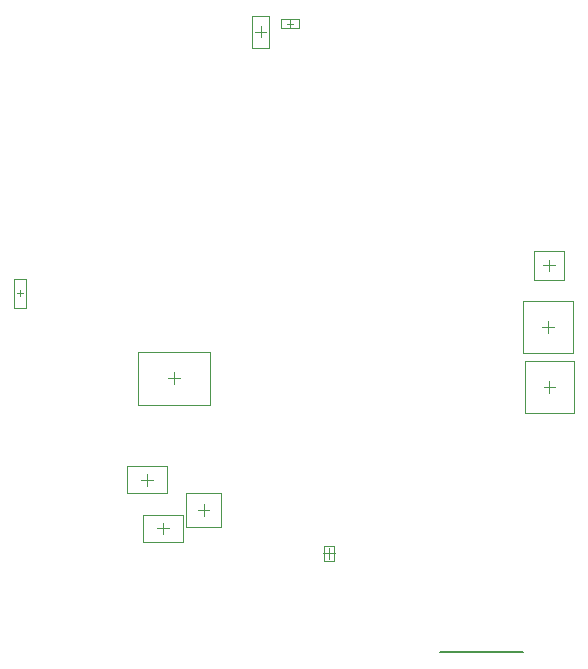
<source format=gbr>
%TF.GenerationSoftware,Altium Limited,Altium Designer,20.2.4 (192)*%
G04 Layer_Color=32768*
%FSLAX26Y26*%
%MOIN*%
%TF.SameCoordinates,397090C4-8786-4783-B811-474920FB5975*%
%TF.FilePolarity,Positive*%
%TF.FileFunction,Other,Mechanical_15*%
%TF.Part,Single*%
G01*
G75*
%TA.AperFunction,NonConductor*%
%ADD95C,0.007874*%
%ADD97C,0.003937*%
%ADD101C,0.001968*%
D95*
X1453449Y6913D02*
X1729040D01*
D97*
X1798315Y891000D02*
X1837685D01*
X1818000Y871315D02*
Y910685D01*
X1794315Y1090000D02*
X1833685D01*
X1814000Y1070315D02*
Y1109685D01*
X954000Y2090173D02*
Y2111827D01*
X943173Y2101000D02*
X964827D01*
X529567Y398541D02*
Y437911D01*
X509882Y418226D02*
X549252D01*
X665197Y460473D02*
Y499843D01*
X645512Y480158D02*
X684882D01*
X54000Y1192158D02*
Y1211842D01*
X44157Y1202000D02*
X63843D01*
X855000Y2056284D02*
Y2091716D01*
X837284Y2074000D02*
X872716D01*
X477063Y561315D02*
Y600685D01*
X457378Y581000D02*
X496748D01*
X445937Y830417D02*
Y1007583D01*
X688063Y830417D02*
Y1007583D01*
X445937D02*
X688063D01*
X445937Y830417D02*
X688063D01*
X547315Y919000D02*
X586685D01*
X567000Y899315D02*
Y938685D01*
X1796315Y1295000D02*
X1835685D01*
X1816000Y1275315D02*
Y1314685D01*
X1083000Y315315D02*
Y354685D01*
X1063315Y335000D02*
X1102685D01*
D101*
X1735323Y804386D02*
Y977614D01*
X1900677Y804386D02*
Y977614D01*
X1735323Y804386D02*
X1900677D01*
X1735323Y977614D02*
X1900677D01*
X1731323Y1003386D02*
Y1176614D01*
X1896677Y1003386D02*
Y1176614D01*
X1731323Y1003386D02*
X1896677D01*
X1731323Y1176614D02*
X1896677D01*
X924472Y2085252D02*
X983528D01*
X924472Y2116748D02*
X983528D01*
Y2085252D02*
Y2116748D01*
X924472Y2085252D02*
Y2116748D01*
X596496Y372951D02*
Y463502D01*
X462638Y372951D02*
Y463502D01*
X596496D01*
X462638Y372951D02*
X596496D01*
X608110Y423071D02*
X722283D01*
X608110Y537244D02*
X722283D01*
Y423071D02*
Y537244D01*
X608110Y423071D02*
Y537244D01*
X34315Y1251213D02*
X73685D01*
Y1152787D02*
Y1251213D01*
X34315Y1152787D02*
Y1251213D01*
Y1152787D02*
X73685D01*
X825472Y2020850D02*
X884528D01*
X825472Y2127150D02*
X884528D01*
X825472Y2020850D02*
Y2127150D01*
X884528Y2020850D02*
Y2127150D01*
X543992Y535724D02*
Y626276D01*
X410134Y535724D02*
Y626276D01*
X543992D01*
X410134Y535724D02*
X543992D01*
X1865213Y1245787D02*
Y1344213D01*
X1766787Y1245787D02*
Y1344213D01*
Y1245787D02*
X1865213D01*
X1766787Y1344213D02*
X1865213D01*
X1066268Y310394D02*
X1099732D01*
X1066268Y359606D02*
X1099732D01*
X1066268Y310394D02*
Y359606D01*
X1099732Y310394D02*
Y359606D01*
%TF.MD5,bcd5bd7dd796afde590e2e7a5d4a7a53*%
M02*

</source>
